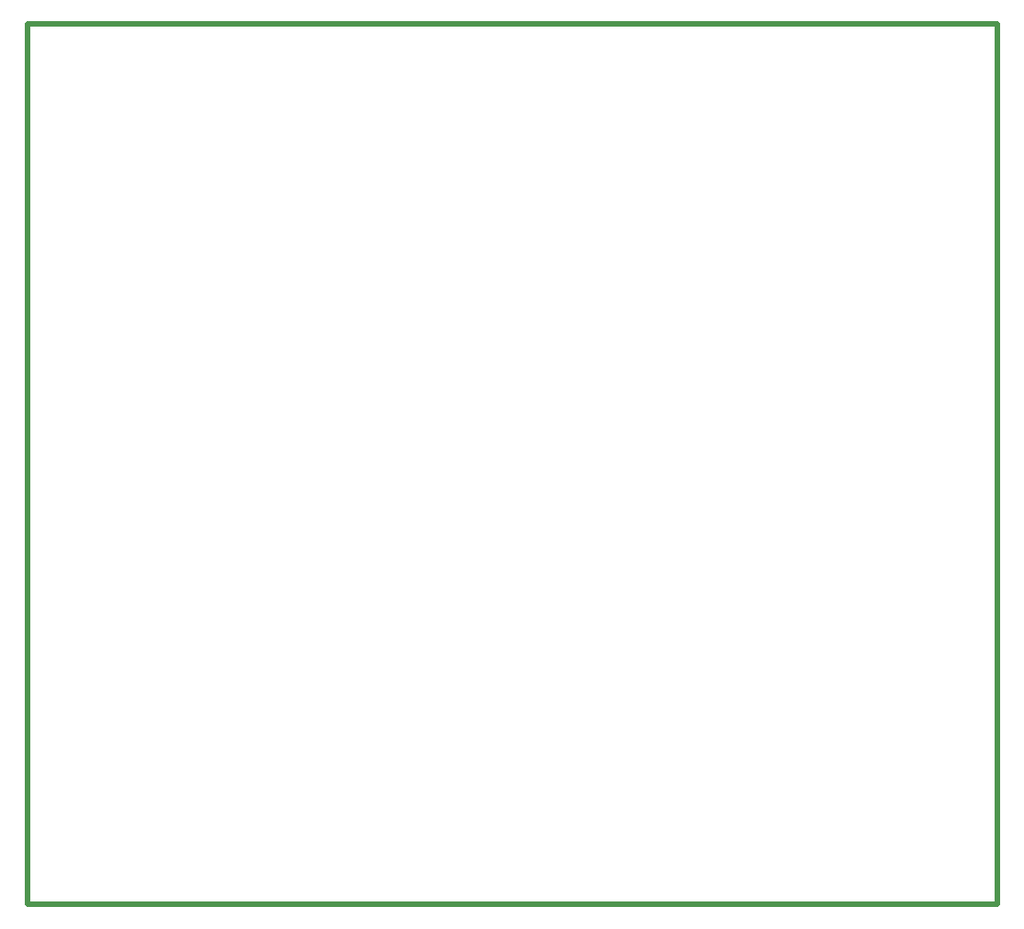
<source format=gko>
G04 Layer: BoardOutline*
G04 EasyEDA v6.4.25, 2021-11-04T19:40:49--3:00*
G04 bceacf3c99fb4bb2a8aa43b2ed6fd2bc,9d8cb5f435b04c98b99c45f15073e7be,10*
G04 Gerber Generator version 0.2*
G04 Scale: 100 percent, Rotated: No, Reflected: No *
G04 Dimensions in millimeters *
G04 leading zeros omitted , absolute positions ,4 integer and 5 decimal *
%FSLAX45Y45*%
%MOMM*%

%ADD10C,0.5000*%
D10*
X13716000Y-292100D02*
G01*
X13716000Y-292100D01*
X4775200Y-292100D01*
X4775200Y7797800D01*
X4775200Y7823200D01*
X13716000Y7823200D01*
X13716000Y7810500D01*
X13716000Y-292100D01*

%LPD*%
M02*

</source>
